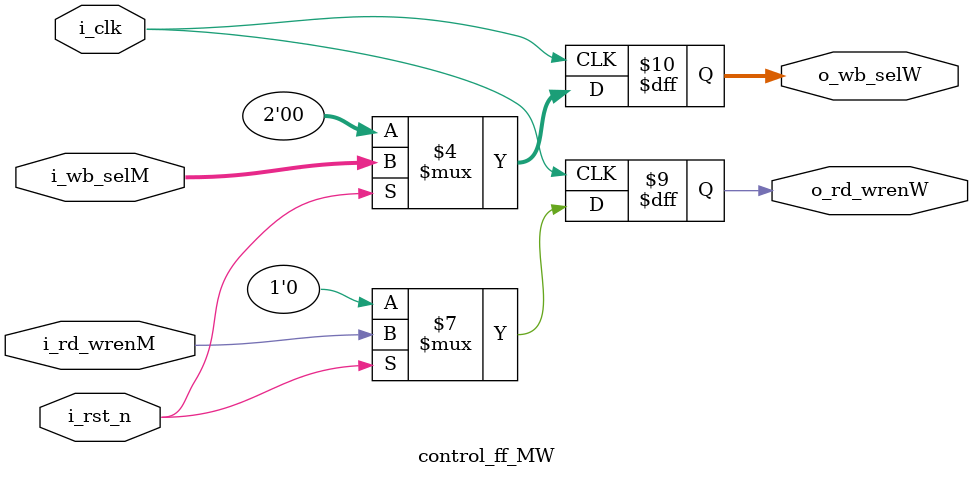
<source format=sv>
module control_ff_MW(
  input  logic i_clk, i_rst_n,
  input  logic i_rd_wrenM,
  input  logic [1:0] i_wb_selM, 
  output logic o_rd_wrenW,
  output logic [1:0] o_wb_selW
);
  always_ff @(posedge i_clk) begin
    if (~i_rst_n) begin
	   o_rd_wrenW  <= 1'b0 ;
		o_wb_selW   <= 2'b0 ;
	 end
	 else begin
	   o_rd_wrenW  <= i_rd_wrenM  ;
		o_wb_selW   <= i_wb_selM   ;
	 end
  end
endmodule
</source>
